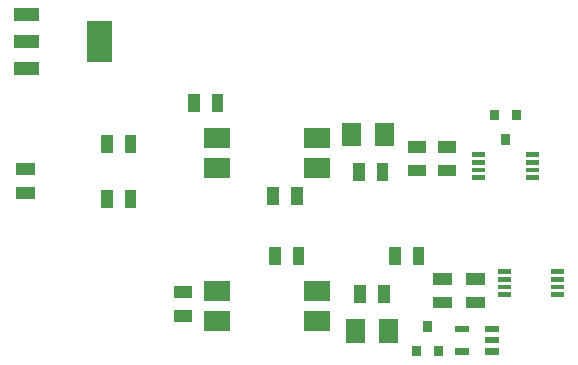
<source format=gbp>
G04 Layer: BottomPasteMaskLayer*
G04 EasyEDA v6.4.7, 2020-11-20T18:15:40+05:30*
G04 2bd19a94ae5149c988909f382a05baad,5a8210e43a1b4091af5044d7901ac753,10*
G04 Gerber Generator version 0.2*
G04 Scale: 100 percent, Rotated: No, Reflected: No *
G04 Dimensions in millimeters *
G04 leading zeros omitted , absolute positions ,3 integer and 3 decimal *
%FSLAX33Y33*%
%MOMM*%
G90*
D02*


%LPD*%
G36*
G01X2552Y27127D02*
G01X2552Y28219D01*
G01X393Y28219D01*
G01X393Y27127D01*
G01X2552Y27127D01*
G37*
G36*
G01X2552Y29438D02*
G01X2552Y30530D01*
G01X393Y30530D01*
G01X393Y29438D01*
G01X2552Y29438D01*
G37*
G36*
G01X2552Y31724D02*
G01X2552Y32816D01*
G01X393Y32816D01*
G01X393Y31724D01*
G01X2552Y31724D01*
G37*
G36*
G01X8750Y28232D02*
G01X8750Y31737D01*
G01X6591Y31737D01*
G01X6591Y28232D01*
G01X8750Y28232D01*
G37*
G36*
G01X35154Y12586D02*
G01X34154Y12586D01*
G01X34154Y11035D01*
G01X35154Y11035D01*
G01X35154Y12586D01*
G37*
G36*
G01X33155Y12586D02*
G01X32155Y12586D01*
G01X32155Y11035D01*
G01X33155Y11035D01*
G01X33155Y12586D01*
G37*
G36*
G01X28153Y21098D02*
G01X29753Y21098D01*
G01X29753Y23097D01*
G01X28153Y23097D01*
G01X28153Y21098D01*
G37*
G36*
G01X30952Y21098D02*
G01X32552Y21098D01*
G01X32552Y23097D01*
G01X30952Y23097D01*
G01X30952Y21098D01*
G37*
G36*
G01X28534Y4461D02*
G01X30134Y4461D01*
G01X30134Y6460D01*
G01X28534Y6460D01*
G01X28534Y4461D01*
G37*
G36*
G01X31333Y4461D02*
G01X32933Y4461D01*
G01X32933Y6460D01*
G01X31333Y6460D01*
G01X31333Y4461D01*
G37*
G36*
G01X41636Y21242D02*
G01X42437Y21242D01*
G01X42437Y22141D01*
G01X41636Y22141D01*
G01X41636Y21242D01*
G37*
G36*
G01X42576Y23324D02*
G01X43376Y23324D01*
G01X43376Y24223D01*
G01X42576Y24223D01*
G01X42576Y23324D01*
G37*
G36*
G01X40697Y23324D02*
G01X41497Y23324D01*
G01X41497Y24223D01*
G01X40697Y24223D01*
G01X40697Y23324D01*
G37*
G36*
G01X29107Y18147D02*
G01X30107Y18147D01*
G01X30107Y19698D01*
G01X29107Y19698D01*
G01X29107Y18147D01*
G37*
G36*
G01X31106Y18147D02*
G01X32106Y18147D01*
G01X32106Y19698D01*
G01X31106Y19698D01*
G01X31106Y18147D01*
G37*
G36*
G01X40326Y18266D02*
G01X40326Y18665D01*
G01X39226Y18665D01*
G01X39226Y18266D01*
G01X40326Y18266D01*
G37*
G36*
G01X40326Y18901D02*
G01X40326Y19300D01*
G01X39226Y19300D01*
G01X39226Y18901D01*
G01X40326Y18901D01*
G37*
G36*
G01X40326Y19561D02*
G01X40326Y19960D01*
G01X39226Y19960D01*
G01X39226Y19561D01*
G01X40326Y19561D01*
G37*
G36*
G01X40326Y20196D02*
G01X40326Y20595D01*
G01X39226Y20595D01*
G01X39226Y20196D01*
G01X40326Y20196D01*
G37*
G36*
G01X44847Y20196D02*
G01X44847Y20595D01*
G01X43747Y20595D01*
G01X43747Y20196D01*
G01X44847Y20196D01*
G37*
G36*
G01X44847Y19561D02*
G01X44847Y19960D01*
G01X43747Y19960D01*
G01X43747Y19561D01*
G01X44847Y19561D01*
G37*
G36*
G01X44847Y18901D02*
G01X44847Y19300D01*
G01X43747Y19300D01*
G01X43747Y18901D01*
G01X44847Y18901D01*
G37*
G36*
G01X44847Y18266D02*
G01X44847Y18665D01*
G01X43747Y18665D01*
G01X43747Y18266D01*
G01X44847Y18266D01*
G37*
G36*
G01X36308Y21565D02*
G01X36308Y20565D01*
G01X37859Y20565D01*
G01X37859Y21565D01*
G01X36308Y21565D01*
G37*
G36*
G01X36308Y19566D02*
G01X36308Y18566D01*
G01X37859Y18566D01*
G01X37859Y19566D01*
G01X36308Y19566D01*
G37*
G36*
G01X33768Y21565D02*
G01X33768Y20565D01*
G01X35319Y20565D01*
G01X35319Y21565D01*
G01X33768Y21565D01*
G37*
G36*
G01X33768Y19566D02*
G01X33768Y18566D01*
G01X35319Y18566D01*
G01X35319Y19566D01*
G01X33768Y19566D01*
G37*
G36*
G01X18136Y25540D02*
G01X17136Y25540D01*
G01X17136Y23989D01*
G01X18136Y23989D01*
G01X18136Y25540D01*
G37*
G36*
G01X16137Y25540D02*
G01X15137Y25540D01*
G01X15137Y23989D01*
G01X16137Y23989D01*
G01X16137Y25540D01*
G37*
G36*
G01X24867Y17666D02*
G01X23867Y17666D01*
G01X23867Y16115D01*
G01X24867Y16115D01*
G01X24867Y17666D01*
G37*
G36*
G01X22868Y17666D02*
G01X21868Y17666D01*
G01X21868Y16115D01*
G01X22868Y16115D01*
G01X22868Y17666D01*
G37*
G36*
G01X35833Y6316D02*
G01X35032Y6316D01*
G01X35032Y5417D01*
G01X35833Y5417D01*
G01X35833Y6316D01*
G37*
G36*
G01X34893Y4234D02*
G01X34093Y4234D01*
G01X34093Y3335D01*
G01X34893Y3335D01*
G01X34893Y4234D01*
G37*
G36*
G01X36772Y4234D02*
G01X35972Y4234D01*
G01X35972Y3335D01*
G01X36772Y3335D01*
G01X36772Y4234D01*
G37*
G36*
G01X29234Y7860D02*
G01X30234Y7860D01*
G01X30234Y9411D01*
G01X29234Y9411D01*
G01X29234Y7860D01*
G37*
G36*
G01X31233Y7860D02*
G01X32233Y7860D01*
G01X32233Y9411D01*
G01X31233Y9411D01*
G01X31233Y7860D01*
G37*
G36*
G01X35927Y10389D02*
G01X35927Y9389D01*
G01X37478Y9389D01*
G01X37478Y10389D01*
G01X35927Y10389D01*
G37*
G36*
G01X35927Y8390D02*
G01X35927Y7390D01*
G01X37478Y7390D01*
G01X37478Y8390D01*
G01X35927Y8390D01*
G37*
G36*
G01X38721Y10389D02*
G01X38721Y9389D01*
G01X40272Y9389D01*
G01X40272Y10389D01*
G01X38721Y10389D01*
G37*
G36*
G01X38721Y8390D02*
G01X38721Y7390D01*
G01X40272Y7390D01*
G01X40272Y8390D01*
G01X38721Y8390D01*
G37*
G36*
G01X13956Y9246D02*
G01X13956Y8246D01*
G01X15507Y8246D01*
G01X15507Y9246D01*
G01X13956Y9246D01*
G37*
G36*
G01X13956Y7247D02*
G01X13956Y6247D01*
G01X15507Y6247D01*
G01X15507Y7247D01*
G01X13956Y7247D01*
G37*
G36*
G01X21995Y11035D02*
G01X22995Y11035D01*
G01X22995Y12586D01*
G01X21995Y12586D01*
G01X21995Y11035D01*
G37*
G36*
G01X23994Y11035D02*
G01X24994Y11035D01*
G01X24994Y12586D01*
G01X23994Y12586D01*
G01X23994Y11035D01*
G37*
G36*
G01X40319Y5914D02*
G01X40319Y5363D01*
G01X41518Y5363D01*
G01X41518Y5914D01*
G01X40319Y5914D01*
G37*
G36*
G01X40319Y4974D02*
G01X40319Y4423D01*
G01X41518Y4423D01*
G01X41518Y4974D01*
G01X40319Y4974D01*
G37*
G36*
G01X40319Y4034D02*
G01X40319Y3483D01*
G01X41518Y3483D01*
G01X41518Y4034D01*
G01X40319Y4034D01*
G37*
G36*
G01X37729Y4034D02*
G01X37729Y3483D01*
G01X38928Y3483D01*
G01X38928Y4034D01*
G01X37729Y4034D01*
G37*
G36*
G01X37729Y5914D02*
G01X37729Y5363D01*
G01X38928Y5363D01*
G01X38928Y5914D01*
G01X37729Y5914D01*
G37*
G36*
G01X7771Y20560D02*
G01X8771Y20560D01*
G01X8771Y22111D01*
G01X7771Y22111D01*
G01X7771Y20560D01*
G37*
G36*
G01X9770Y20560D02*
G01X10770Y20560D01*
G01X10770Y22111D01*
G01X9770Y22111D01*
G01X9770Y20560D01*
G37*
G36*
G01X621Y19660D02*
G01X621Y18660D01*
G01X2172Y18660D01*
G01X2172Y19660D01*
G01X621Y19660D01*
G37*
G36*
G01X621Y17661D02*
G01X621Y16661D01*
G01X2172Y16661D01*
G01X2172Y17661D01*
G01X621Y17661D01*
G37*
G36*
G01X7771Y15861D02*
G01X8771Y15861D01*
G01X8771Y17412D01*
G01X7771Y17412D01*
G01X7771Y15861D01*
G37*
G36*
G01X9770Y15861D02*
G01X10770Y15861D01*
G01X10770Y17412D01*
G01X9770Y17412D01*
G01X9770Y15861D01*
G37*
G36*
G01X42485Y8360D02*
G01X42485Y8759D01*
G01X41385Y8759D01*
G01X41385Y8360D01*
G01X42485Y8360D01*
G37*
G36*
G01X42485Y8995D02*
G01X42485Y9394D01*
G01X41385Y9394D01*
G01X41385Y8995D01*
G01X42485Y8995D01*
G37*
G36*
G01X42485Y9655D02*
G01X42485Y10054D01*
G01X41385Y10054D01*
G01X41385Y9655D01*
G01X42485Y9655D01*
G37*
G36*
G01X42485Y10290D02*
G01X42485Y10689D01*
G01X41385Y10689D01*
G01X41385Y10290D01*
G01X42485Y10290D01*
G37*
G36*
G01X47006Y10290D02*
G01X47006Y10689D01*
G01X45906Y10689D01*
G01X45906Y10290D01*
G01X47006Y10290D01*
G37*
G36*
G01X47006Y9655D02*
G01X47006Y10054D01*
G01X45906Y10054D01*
G01X45906Y9655D01*
G01X47006Y9655D01*
G37*
G36*
G01X47006Y8995D02*
G01X47006Y9394D01*
G01X45906Y9394D01*
G01X45906Y8995D01*
G01X47006Y8995D01*
G37*
G36*
G01X47006Y8360D02*
G01X47006Y8759D01*
G01X45906Y8759D01*
G01X45906Y8360D01*
G01X47006Y8360D01*
G37*
G36*
G01X27193Y22694D02*
G01X24993Y22694D01*
G01X24993Y20993D01*
G01X27193Y20993D01*
G01X27193Y22694D01*
G37*
G36*
G01X27193Y20154D02*
G01X24993Y20154D01*
G01X24993Y18453D01*
G01X27193Y18453D01*
G01X27193Y20154D01*
G37*
G36*
G01X18694Y20154D02*
G01X16494Y20154D01*
G01X16494Y18453D01*
G01X18694Y18453D01*
G01X18694Y20154D01*
G37*
G36*
G01X18694Y22694D02*
G01X16494Y22694D01*
G01X16494Y20993D01*
G01X18694Y20993D01*
G01X18694Y22694D01*
G37*
G36*
G01X27193Y9740D02*
G01X24993Y9740D01*
G01X24993Y8039D01*
G01X27193Y8039D01*
G01X27193Y9740D01*
G37*
G36*
G01X27193Y7200D02*
G01X24993Y7200D01*
G01X24993Y5499D01*
G01X27193Y5499D01*
G01X27193Y7200D01*
G37*
G36*
G01X18694Y7200D02*
G01X16494Y7200D01*
G01X16494Y5499D01*
G01X18694Y5499D01*
G01X18694Y7200D01*
G37*
G36*
G01X18694Y9740D02*
G01X16494Y9740D01*
G01X16494Y8039D01*
G01X18694Y8039D01*
G01X18694Y9740D01*
G37*
M00*
M02*

</source>
